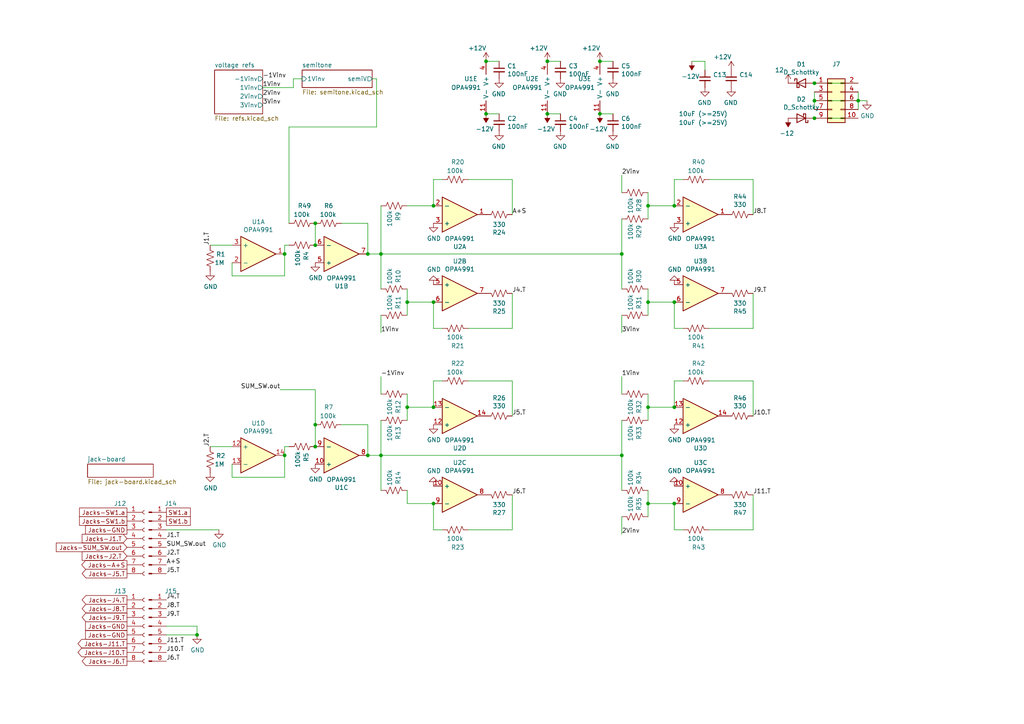
<source format=kicad_sch>
(kicad_sch (version 20211123) (generator eeschema)
  (paper "A4")
  (lib_symbols
    (symbol "Connector:Conn_01x08_Female" (pin_names (offset 1.016) hide)
      (property "Reference" "J" (at 0 10.16 0))
      (property "Value" "Conn_01x08_Female" (at 0 -12.7 0))
      (symbol "Conn_01x08_Female_1_1"
        (arc (start 0 -9.652) (mid -0.508 -10.16) (end 0 -10.668) (stroke (width 0.1524)))
        (arc (start 0 -7.112) (mid -0.508 -7.62) (end 0 -8.128) (stroke (width 0.1524)))
        (arc (start 0 -4.572) (mid -0.508 -5.08) (end 0 -5.588) (stroke (width 0.1524)))
        (arc (start 0 -2.032) (mid -0.508 -2.54) (end 0 -3.048) (stroke (width 0.1524)))
        (polyline (pts (xy -1.27 -10.16) (xy -0.508 -10.16)) (stroke (width 0.1524)))
        (polyline (pts (xy -1.27 -7.62) (xy -0.508 -7.62)) (stroke (width 0.1524)))
        (polyline (pts (xy -1.27 -5.08) (xy -0.508 -5.08)) (stroke (width 0.1524)))
        (polyline (pts (xy -1.27 -2.54) (xy -0.508 -2.54)) (stroke (width 0.1524)))
        (polyline (pts (xy -1.27 0) (xy -0.508 0)) (stroke (width 0.1524)))
        (polyline (pts (xy -1.27 2.54) (xy -0.508 2.54)) (stroke (width 0.1524)))
        (polyline (pts (xy -1.27 5.08) (xy -0.508 5.08)) (stroke (width 0.1524)))
        (polyline (pts (xy -1.27 7.62) (xy -0.508 7.62)) (stroke (width 0.1524)))
        (arc (start 0 0.508) (mid -0.508 0) (end 0 -0.508) (stroke (width 0.1524)))
        (arc (start 0 3.048) (mid -0.508 2.54) (end 0 2.032) (stroke (width 0.1524)))
        (arc (start 0 5.588) (mid -0.508 5.08) (end 0 4.572) (stroke (width 0.1524)))
        (arc (start 0 8.128) (mid -0.508 7.62) (end 0 7.112) (stroke (width 0.1524)))
        (pin passive line (at -5.08 7.62 0) (length 3.81) (name "Pin_1") (number "1"))
        (pin passive line (at -5.08 5.08 0) (length 3.81) (name "Pin_2") (number "2"))
        (pin passive line (at -5.08 2.54 0) (length 3.81) (name "Pin_3") (number "3"))
        (pin passive line (at -5.08 0 0) (length 3.81) (name "Pin_4") (number "4"))
        (pin passive line (at -5.08 -2.54 0) (length 3.81) (name "Pin_5") (number "5"))
        (pin passive line (at -5.08 -5.08 0) (length 3.81) (name "Pin_6") (number "6"))
        (pin passive line (at -5.08 -7.62 0) (length 3.81) (name "Pin_7") (number "7"))
        (pin passive line (at -5.08 -10.16 0) (length 3.81) (name "Pin_8") (number "8"))
      )
    )
    (symbol "Connector:Conn_01x08_Male" (pin_names (offset 1.016) hide)
      (property "Reference" "J" (at 0 10.16 0))
      (property "Value" "Conn_01x08_Male" (at 0 -12.7 0))
      (symbol "Conn_01x08_Male_1_1"
        (polyline (pts (xy 1.27 -10.16) (xy 0.8636 -10.16)) (stroke (width 0.1524)))
        (polyline (pts (xy 1.27 -7.62) (xy 0.8636 -7.62)) (stroke (width 0.1524)))
        (polyline (pts (xy 1.27 -5.08) (xy 0.8636 -5.08)) (stroke (width 0.1524)))
        (polyline (pts (xy 1.27 -2.54) (xy 0.8636 -2.54)) (stroke (width 0.1524)))
        (polyline (pts (xy 1.27 0) (xy 0.8636 0)) (stroke (width 0.1524)))
        (polyline (pts (xy 1.27 2.54) (xy 0.8636 2.54)) (stroke (width 0.1524)))
        (polyline (pts (xy 1.27 5.08) (xy 0.8636 5.08)) (stroke (width 0.1524)))
        (polyline (pts (xy 1.27 7.62) (xy 0.8636 7.62)) (stroke (width 0.1524)))
        (rectangle (start 0.8636 -10.033) (end 0 -10.287) (stroke (width 0.1524)) (fill (type outline)))
        (rectangle (start 0.8636 -7.493) (end 0 -7.747) (stroke (width 0.1524)) (fill (type outline)))
        (rectangle (start 0.8636 -4.953) (end 0 -5.207) (stroke (width 0.1524)) (fill (type outline)))
        (rectangle (start 0.8636 -2.413) (end 0 -2.667) (stroke (width 0.1524)) (fill (type outline)))
        (rectangle (start 0.8636 0.127) (end 0 -0.127) (stroke (width 0.1524)) (fill (type outline)))
        (rectangle (start 0.8636 2.667) (end 0 2.413) (stroke (width 0.1524)) (fill (type outline)))
        (rectangle (start 0.8636 5.207) (end 0 4.953) (stroke (width 0.1524)) (fill (type outline)))
        (rectangle (start 0.8636 7.747) (end 0 7.493) (stroke (width 0.1524)) (fill (type outline)))
        (pin passive line (at 5.08 7.62 180) (length 3.81) (name "Pin_1") (number "1"))
        (pin passive line (at 5.08 5.08 180) (length 3.81) (name "Pin_2") (number "2"))
        (pin passive line (at 5.08 2.54 180) (length 3.81) (name "Pin_3") (number "3"))
        (pin passive line (at 5.08 0 180) (length 3.81) (name "Pin_4") (number "4"))
        (pin passive line (at 5.08 -2.54 180) (length 3.81) (name "Pin_5") (number "5"))
        (pin passive line (at 5.08 -5.08 180) (length 3.81) (name "Pin_6") (number "6"))
        (pin passive line (at 5.08 -7.62 180) (length 3.81) (name "Pin_7") (number "7"))
        (pin passive line (at 5.08 -10.16 180) (length 3.81) (name "Pin_8") (number "8"))
      )
    )
    (symbol "Connector_Generic:Conn_02x05_Odd_Even" (pin_names (offset 1.016) hide)
      (property "Reference" "J" (at 1.27 7.62 0))
      (property "Value" "Conn_02x05_Odd_Even" (at 1.27 -7.62 0))
      (symbol "Conn_02x05_Odd_Even_1_1"
        (rectangle (start -1.27 -4.953) (end 0 -5.207) (stroke (width 0.1524)))
        (rectangle (start -1.27 -2.413) (end 0 -2.667) (stroke (width 0.1524)))
        (rectangle (start -1.27 0.127) (end 0 -0.127) (stroke (width 0.1524)))
        (rectangle (start -1.27 2.667) (end 0 2.413) (stroke (width 0.1524)))
        (rectangle (start -1.27 5.207) (end 0 4.953) (stroke (width 0.1524)))
        (rectangle (start -1.27 6.35) (end 3.81 -6.35) (stroke (width 0.254)) (fill (type background)))
        (rectangle (start 3.81 -4.953) (end 2.54 -5.207) (stroke (width 0.1524)))
        (rectangle (start 3.81 -2.413) (end 2.54 -2.667) (stroke (width 0.1524)))
        (rectangle (start 3.81 0.127) (end 2.54 -0.127) (stroke (width 0.1524)))
        (rectangle (start 3.81 2.667) (end 2.54 2.413) (stroke (width 0.1524)))
        (rectangle (start 3.81 5.207) (end 2.54 4.953) (stroke (width 0.1524)))
        (pin passive line (at -5.08 5.08 0) (length 3.81) (name "Pin_1") (number "1"))
        (pin passive line (at 7.62 -5.08 180) (length 3.81) (name "Pin_10") (number "10"))
        (pin passive line (at 7.62 5.08 180) (length 3.81) (name "Pin_2") (number "2"))
        (pin passive line (at -5.08 2.54 0) (length 3.81) (name "Pin_3") (number "3"))
        (pin passive line (at 7.62 2.54 180) (length 3.81) (name "Pin_4") (number "4"))
        (pin passive line (at -5.08 0 0) (length 3.81) (name "Pin_5") (number "5"))
        (pin passive line (at 7.62 0 180) (length 3.81) (name "Pin_6") (number "6"))
        (pin passive line (at -5.08 -2.54 0) (length 3.81) (name "Pin_7") (number "7"))
        (pin passive line (at 7.62 -2.54 180) (length 3.81) (name "Pin_8") (number "8"))
        (pin passive line (at -5.08 -5.08 0) (length 3.81) (name "Pin_9") (number "9"))
      )
    )
    (symbol "Device:C_Small" (pin_numbers hide) (pin_names (offset 0.254) hide)
      (property "Reference" "C" (at 0.254 1.778 0))
      (property "Value" "C_Small" (at 0.254 -2.032 0))
      (symbol "C_Small_0_1"
        (polyline (pts (xy -1.524 -0.508) (xy 1.524 -0.508)) (stroke (width 0.3302)))
        (polyline (pts (xy -1.524 0.508) (xy 1.524 0.508)) (stroke (width 0.3048)))
      )
      (symbol "C_Small_1_1"
        (pin passive line (at 0 2.54 270) (length 2.032) (name "~") (number "1"))
        (pin passive line (at 0 -2.54 90) (length 2.032) (name "~") (number "2"))
      )
    )
    (symbol "Device:D_Schottky" (pin_numbers hide) (pin_names (offset 1.016) hide)
      (property "Reference" "D" (at 0 2.54 0))
      (property "Value" "D_Schottky" (at 0 -2.54 0))
      (symbol "D_Schottky_0_1"
        (polyline (pts (xy 1.27 0) (xy -1.27 0)))
        (polyline (pts (xy 1.27 1.27) (xy 1.27 -1.27) (xy -1.27 0) (xy 1.27 1.27)) (stroke (width 0.254)))
        (polyline (pts (xy -1.905 0.635) (xy -1.905 1.27) (xy -1.27 1.27) (xy -1.27 -1.27) (xy -0.635 -1.27) (xy -0.635 -0.635)) (stroke (width 0.254)))
      )
      (symbol "D_Schottky_1_1"
        (pin passive line (at -3.81 0 0) (length 2.54) (name "K") (number "1"))
        (pin passive line (at 3.81 0 180) (length 2.54) (name "A") (number "2"))
      )
    )
    (symbol "Device:Opamp_Quad_Generic"
      (property "Reference" "U" (at 0 5.08 0))
      (property "Value" "Device_Opamp_Quad_Generic" (at 0 -5.08 0))
      (symbol "Opamp_Quad_Generic_1_1"
        (polyline (pts (xy -5.08 5.08) (xy 5.08 0) (xy -5.08 -5.08) (xy -5.08 5.08)) (stroke (width 0.254)) (fill (type background)))
        (pin output line (at 7.62 0 180) (length 2.54) (name "~") (number "1"))
        (pin input line (at -7.62 -2.54 0) (length 2.54) (name "-") (number "2"))
        (pin input line (at -7.62 2.54 0) (length 2.54) (name "+") (number "3"))
      )
      (symbol "Opamp_Quad_Generic_2_1"
        (polyline (pts (xy -5.08 5.08) (xy 5.08 0) (xy -5.08 -5.08) (xy -5.08 5.08)) (stroke (width 0.254)) (fill (type background)))
        (pin input line (at -7.62 2.54 0) (length 2.54) (name "+") (number "5"))
        (pin input line (at -7.62 -2.54 0) (length 2.54) (name "-") (number "6"))
        (pin output line (at 7.62 0 180) (length 2.54) (name "~") (number "7"))
      )
      (symbol "Opamp_Quad_Generic_3_1"
        (polyline (pts (xy -5.08 5.08) (xy 5.08 0) (xy -5.08 -5.08) (xy -5.08 5.08)) (stroke (width 0.254)) (fill (type background)))
        (pin input line (at -7.62 2.54 0) (length 2.54) (name "+") (number "10"))
        (pin output line (at 7.62 0 180) (length 2.54) (name "~") (number "8"))
        (pin input line (at -7.62 -2.54 0) (length 2.54) (name "-") (number "9"))
      )
      (symbol "Opamp_Quad_Generic_4_1"
        (polyline (pts (xy -5.08 5.08) (xy 5.08 0) (xy -5.08 -5.08) (xy -5.08 5.08)) (stroke (width 0.254)) (fill (type background)))
        (pin input line (at -7.62 2.54 0) (length 2.54) (name "+") (number "12"))
        (pin input line (at -7.62 -2.54 0) (length 2.54) (name "-") (number "13"))
        (pin output line (at 7.62 0 180) (length 2.54) (name "~") (number "14"))
      )
      (symbol "Opamp_Quad_Generic_5_1"
        (pin power_in line (at -2.54 -7.62 90) (length 3.81) (name "V-") (number "11"))
        (pin power_in line (at -2.54 7.62 270) (length 3.81) (name "V+") (number "4"))
      )
    )
    (symbol "Device:R_US" (pin_numbers hide) (pin_names (offset 0))
      (property "Reference" "R" (at 2.54 0 90))
      (property "Value" "R_US" (at -2.54 0 90))
      (symbol "R_US_0_1"
        (polyline (pts (xy 0 -2.286) (xy 0 -2.54)))
        (polyline (pts (xy 0 2.286) (xy 0 2.54)))
        (polyline (pts (xy 0 -0.762) (xy 1.016 -1.143) (xy 0 -1.524) (xy -1.016 -1.905) (xy 0 -2.286)))
        (polyline (pts (xy 0 0.762) (xy 1.016 0.381) (xy 0 0) (xy -1.016 -0.381) (xy 0 -0.762)))
        (polyline (pts (xy 0 2.286) (xy 1.016 1.905) (xy 0 1.524) (xy -1.016 1.143) (xy 0 0.762)))
      )
      (symbol "R_US_1_1"
        (pin passive line (at 0 3.81 270) (length 1.27) (name "~") (number "1"))
        (pin passive line (at 0 -3.81 90) (length 1.27) (name "~") (number "2"))
      )
    )
    (symbol "power:+12V" (power) (pin_names (offset 0))
      (property "Value" "+12V" (at 0 3.556 0))
      (symbol "+12V_0_1"
        (polyline (pts (xy -0.762 1.27) (xy 0 2.54)))
        (polyline (pts (xy 0 0) (xy 0 2.54)))
        (polyline (pts (xy 0 2.54) (xy 0.762 1.27)))
      )
      (symbol "+12V_1_1"
        (pin power_in line (at 0 0 90) (length 0) hide (name "+12V") (number "1"))
      )
    )
    (symbol "power:-12V" (power) (pin_names (offset 0))
      (property "Value" "-12V" (at 0 3.81 0))
      (symbol "-12V_0_0"
        (pin power_in line (at 0 0 90) (length 0) hide (name "-12V") (number "1"))
      )
      (symbol "-12V_0_1"
        (polyline (pts (xy 0 0) (xy 0 1.27) (xy 0.762 1.27) (xy 0 2.54) (xy -0.762 1.27) (xy 0 1.27)) (fill (type outline)))
      )
    )
    (symbol "power:GND" (power) (pin_names (offset 0))
      (property "Value" "GND" (at 0 -3.81 0))
      (symbol "GND_0_1"
        (polyline (pts (xy 0 0) (xy 0 -1.27) (xy 1.27 -1.27) (xy 0 -2.54) (xy -1.27 -1.27) (xy 0 -1.27)))
      )
      (symbol "GND_1_1"
        (pin power_in line (at 0 0 270) (length 0) hide (name "GND") (number "1"))
      )
    )
  )
  (junction (at 195.58 87.63))
  (junction (at 118.11 87.63))
  (junction (at 125.73 59.69))
  (junction (at 158.75 33.02))
  (junction (at 82.55 132.08))
  (junction (at 180.34 132.08))
  (junction (at 140.97 33.02))
  (junction (at 158.75 17.78))
  (junction (at 140.97 17.78))
  (junction (at 110.49 132.08))
  (junction (at 91.44 64.77))
  (junction (at 187.96 118.11))
  (junction (at 195.58 118.11))
  (junction (at 180.34 73.66))
  (junction (at 173.99 17.78))
  (junction (at 106.68 73.66))
  (junction (at 82.55 73.66))
  (junction (at 236.22 34.29))
  (junction (at 187.96 59.69))
  (junction (at 91.44 71.12))
  (junction (at 195.58 146.05))
  (junction (at 125.73 118.11))
  (junction (at 236.22 29.21))
  (junction (at 236.22 24.13))
  (junction (at 118.11 118.11))
  (junction (at 173.99 33.02))
  (junction (at 106.68 132.08))
  (junction (at 91.44 129.54))
  (junction (at 248.92 29.21))
  (junction (at 195.58 59.69))
  (junction (at 187.96 146.05))
  (junction (at 125.73 146.05))
  (junction (at 187.96 87.63))
  (junction (at 57.15 184.15))
  (junction (at 91.44 123.19))
  (junction (at 125.73 87.63))
  (junction (at 110.49 73.66))
  (wire (pts (xy 82.55 71.12) (xy 83.82 71.12)))
  (wire (pts (xy 60.96 129.54) (xy 67.31 129.54)))
  (wire (pts (xy 106.68 64.77) (xy 106.68 73.66)))
  (wire (pts (xy 173.99 33.02) (xy 177.8 33.02)))
  (wire (pts (xy 180.34 142.24) (xy 180.34 132.08)))
  (wire (pts (xy 173.99 17.78) (xy 177.8 17.78)))
  (wire (pts (xy 82.55 138.43) (xy 67.31 138.43)))
  (wire (pts (xy 158.75 33.02) (xy 162.56 33.02)))
  (wire (pts (xy 135.89 153.67) (xy 148.59 153.67)))
  (wire (pts (xy 48.26 181.61) (xy 57.15 181.61)))
  (wire (pts (xy 57.15 181.61) (xy 57.15 184.15)))
  (wire (pts (xy 91.44 129.54) (xy 91.44 123.19)))
  (wire (pts (xy 195.58 59.69) (xy 187.96 59.69)))
  (wire (pts (xy 200.66 17.78) (xy 204.47 17.78)))
  (wire (pts (xy 125.73 118.11) (xy 118.11 118.11)))
  (wire (pts (xy 110.49 59.69) (xy 110.49 73.66)))
  (wire (pts (xy 187.96 146.05) (xy 187.96 149.86)))
  (wire (pts (xy 205.74 95.25) (xy 218.44 95.25)))
  (wire (pts (xy 205.74 52.07) (xy 218.44 52.07)))
  (wire (pts (xy 125.73 95.25) (xy 128.27 95.25)))
  (wire (pts (xy 195.58 153.67) (xy 198.12 153.67)))
  (wire (pts (xy 76.2 25.4) (xy 85.09 25.4)))
  (wire (pts (xy 218.44 52.07) (xy 218.44 62.23)))
  (wire (pts (xy 135.89 52.07) (xy 148.59 52.07)))
  (wire (pts (xy 48.26 184.15) (xy 57.15 184.15)))
  (wire (pts (xy 125.73 146.05) (xy 125.73 153.67)))
  (wire (pts (xy 187.96 118.11) (xy 187.96 121.92)))
  (wire (pts (xy 148.59 95.25) (xy 148.59 85.09)))
  (wire (pts (xy 82.55 73.66) (xy 82.55 80.01)))
  (wire (pts (xy 180.34 55.88) (xy 180.34 50.8)))
  (wire (pts (xy 60.96 71.12) (xy 67.31 71.12)))
  (wire (pts (xy 135.89 95.25) (xy 148.59 95.25)))
  (wire (pts (xy 205.74 110.49) (xy 218.44 110.49)))
  (wire (pts (xy 81.28 113.03) (xy 91.44 113.03)))
  (wire (pts (xy 106.68 73.66) (xy 110.49 73.66)))
  (wire (pts (xy 248.92 24.13) (xy 236.22 24.13)))
  (wire (pts (xy 140.97 17.78) (xy 144.78 17.78)))
  (wire (pts (xy 99.06 123.19) (xy 106.68 123.19)))
  (wire (pts (xy 118.11 87.63) (xy 118.11 91.44)))
  (wire (pts (xy 248.92 26.67) (xy 248.92 29.21)))
  (wire (pts (xy 125.73 110.49) (xy 128.27 110.49)))
  (wire (pts (xy 125.73 118.11) (xy 125.73 110.49)))
  (wire (pts (xy 248.92 29.21) (xy 248.92 31.75)))
  (wire (pts (xy 195.58 59.69) (xy 195.58 52.07)))
  (wire (pts (xy 248.92 29.21) (xy 251.46 29.21)))
  (wire (pts (xy 125.73 52.07) (xy 128.27 52.07)))
  (wire (pts (xy 180.34 121.92) (xy 180.34 132.08)))
  (wire (pts (xy 83.82 36.83) (xy 109.22 36.83)))
  (wire (pts (xy 110.49 132.08) (xy 180.34 132.08)))
  (wire (pts (xy 125.73 59.69) (xy 118.11 59.69)))
  (wire (pts (xy 195.58 87.63) (xy 187.96 87.63)))
  (wire (pts (xy 180.34 114.3) (xy 180.34 109.22)))
  (wire (pts (xy 109.22 36.83) (xy 109.22 22.86)))
  (wire (pts (xy 91.44 113.03) (xy 91.44 123.19)))
  (wire (pts (xy 180.34 63.5) (xy 180.34 73.66)))
  (wire (pts (xy 187.96 87.63) (xy 187.96 91.44)))
  (wire (pts (xy 82.55 73.66) (xy 82.55 71.12)))
  (wire (pts (xy 236.22 29.21) (xy 236.22 31.75)))
  (wire (pts (xy 195.58 146.05) (xy 195.58 153.67)))
  (wire (pts (xy 67.31 80.01) (xy 67.31 76.2)))
  (wire (pts (xy 180.34 149.86) (xy 180.34 154.94)))
  (wire (pts (xy 109.22 22.86) (xy 107.95 22.86)))
  (wire (pts (xy 106.68 123.19) (xy 106.68 132.08)))
  (wire (pts (xy 187.96 55.88) (xy 187.96 59.69)))
  (wire (pts (xy 82.55 132.08) (xy 82.55 129.54)))
  (wire (pts (xy 195.58 110.49) (xy 198.12 110.49)))
  (wire (pts (xy 82.55 80.01) (xy 67.31 80.01)))
  (wire (pts (xy 99.06 64.77) (xy 106.68 64.77)))
  (wire (pts (xy 195.58 95.25) (xy 198.12 95.25)))
  (wire (pts (xy 204.47 17.78) (xy 204.47 20.32)))
  (wire (pts (xy 195.58 87.63) (xy 195.58 95.25)))
  (wire (pts (xy 125.73 146.05) (xy 118.11 146.05)))
  (wire (pts (xy 118.11 118.11) (xy 118.11 121.92)))
  (wire (pts (xy 82.55 129.54) (xy 83.82 129.54)))
  (wire (pts (xy 187.96 114.3) (xy 187.96 118.11)))
  (wire (pts (xy 180.34 83.82) (xy 180.34 73.66)))
  (wire (pts (xy 187.96 83.82) (xy 187.96 87.63)))
  (wire (pts (xy 236.22 26.67) (xy 236.22 29.21)))
  (wire (pts (xy 85.09 22.86) (xy 87.63 22.86)))
  (wire (pts (xy 118.11 114.3) (xy 118.11 118.11)))
  (wire (pts (xy 187.96 59.69) (xy 187.96 63.5)))
  (wire (pts (xy 125.73 87.63) (xy 125.73 95.25)))
  (wire (pts (xy 195.58 52.07) (xy 198.12 52.07)))
  (wire (pts (xy 110.49 114.3) (xy 110.49 109.22)))
  (wire (pts (xy 195.58 118.11) (xy 195.58 110.49)))
  (wire (pts (xy 248.92 34.29) (xy 236.22 34.29)))
  (wire (pts (xy 110.49 73.66) (xy 180.34 73.66)))
  (wire (pts (xy 106.68 132.08) (xy 110.49 132.08)))
  (wire (pts (xy 110.49 91.44) (xy 110.49 96.52)))
  (wire (pts (xy 91.44 71.12) (xy 91.44 64.77)))
  (wire (pts (xy 118.11 83.82) (xy 118.11 87.63)))
  (wire (pts (xy 110.49 142.24) (xy 110.49 132.08)))
  (wire (pts (xy 148.59 153.67) (xy 148.59 143.51)))
  (wire (pts (xy 205.74 153.67) (xy 218.44 153.67)))
  (wire (pts (xy 110.49 83.82) (xy 110.49 73.66)))
  (wire (pts (xy 218.44 153.67) (xy 218.44 143.51)))
  (wire (pts (xy 82.55 132.08) (xy 82.55 138.43)))
  (wire (pts (xy 218.44 85.09) (xy 218.44 95.25)))
  (wire (pts (xy 125.73 153.67) (xy 128.27 153.67)))
  (wire (pts (xy 158.75 17.78) (xy 162.56 17.78)))
  (wire (pts (xy 248.92 29.21) (xy 236.22 29.21)))
  (wire (pts (xy 195.58 146.05) (xy 187.96 146.05)))
  (wire (pts (xy 140.97 33.02) (xy 144.78 33.02)))
  (wire (pts (xy 180.34 91.44) (xy 180.34 96.52)))
  (wire (pts (xy 85.09 25.4) (xy 85.09 22.86)))
  (wire (pts (xy 195.58 118.11) (xy 187.96 118.11)))
  (wire (pts (xy 125.73 59.69) (xy 125.73 52.07)))
  (wire (pts (xy 118.11 142.24) (xy 118.11 146.05)))
  (wire (pts (xy 187.96 142.24) (xy 187.96 146.05)))
  (wire (pts (xy 148.59 52.07) (xy 148.59 62.23)))
  (wire (pts (xy 125.73 87.63) (xy 118.11 87.63)))
  (wire (pts (xy 135.89 110.49) (xy 148.59 110.49)))
  (wire (pts (xy 148.59 110.49) (xy 148.59 120.65)))
  (wire (pts (xy 83.82 64.77) (xy 83.82 36.83)))
  (wire (pts (xy 218.44 110.49) (xy 218.44 120.65)))
  (wire (pts (xy 48.26 153.67) (xy 63.5 153.67)))
  (wire (pts (xy 110.49 121.92) (xy 110.49 132.08)))
  (wire (pts (xy 67.31 138.43) (xy 67.31 134.62)))
  (label "J8.T" (at 218.44 62.23 0))
  (label "J2.T" (at 60.96 129.54 90))
  (label "J8.T" (at 48.26 176.53 0))
  (label "1Vinv" (at 110.49 96.52 0))
  (label "J4.T" (at 48.26 173.99 0))
  (label "J6.T" (at 148.59 143.51 0))
  (label "A+S" (at 48.26 163.83 0))
  (label "J2.T" (at 48.26 161.29 0))
  (label "J11.T" (at 48.26 186.69 0))
  (label "-1Vinv" (at 110.49 109.22 0))
  (label "J1.T" (at 48.26 156.21 0))
  (label "J6.T" (at 48.26 191.77 0))
  (label "J9.T" (at 48.26 179.07 0))
  (label "3Vinv" (at 180.34 96.52 0))
  (label "2Vinv" (at 76.2 27.94 0))
  (label "J10.T" (at 218.44 120.65 0))
  (label "2Vinv" (at 180.34 50.8 0))
  (label "3Vinv" (at 76.2 30.48 0))
  (label "2Vinv" (at 180.34 154.94 0))
  (label "J11.T" (at 218.44 143.51 0))
  (label "1Vinv" (at 180.34 109.22 0))
  (label "A+S" (at 148.59 62.23 0))
  (label "J5.T" (at 48.26 166.37 0))
  (label "1Vinv" (at 76.2 25.4 0))
  (label "-1Vinv" (at 76.2 22.86 0))
  (label "J5.T" (at 148.59 120.65 0))
  (label "J1.T" (at 60.96 71.12 90))
  (label "SUM_SW.out" (at 48.26 158.75 0))
  (label "J10.T" (at 48.26 189.23 0))
  (label "J9.T" (at 218.44 85.09 0))
  (label "J4.T" (at 148.59 85.09 0))
  (label "SUM_SW.out" (at 81.28 113.03 180))
  (global_label "Jacks-J5.T" (shape output) (at 36.83 166.37 180) (property "Intersheet References" "${INTERSHEET_REFS}" (effects hide)))
  (global_label "Jacks-GND" (shape passive) (at 36.83 184.15 180) (property "Intersheet References" "${INTERSHEET_REFS}" (effects hide)))
  (global_label "Jacks-J2.T" (shape input) (at 36.83 161.29 180) (property "Intersheet References" "${INTERSHEET_REFS}" (effects hide)))
  (global_label "Jacks-A+S" (shape output) (at 36.83 163.83 180) (property "Intersheet References" "${INTERSHEET_REFS}" (effects hide)))
  (global_label "Jacks-SUM_SW.out" (shape input) (at 36.83 158.75 180) (property "Intersheet References" "${INTERSHEET_REFS}" (effects hide)))
  (global_label "Jacks-J6.T" (shape output) (at 36.83 191.77 180) (property "Intersheet References" "${INTERSHEET_REFS}" (effects hide)))
  (global_label "Jacks-J10.T" (shape output) (at 36.83 189.23 180) (property "Intersheet References" "${INTERSHEET_REFS}" (effects hide)))
  (global_label "Jacks-GND" (shape passive) (at 36.83 181.61 180) (property "Intersheet References" "${INTERSHEET_REFS}" (effects hide)))
  (global_label "SW1.a" (shape passive) (at 48.26 148.59 0) (property "Intersheet References" "${INTERSHEET_REFS}" (effects hide)))
  (global_label "Jacks-J1.T" (shape input) (at 36.83 156.21 180) (property "Intersheet References" "${INTERSHEET_REFS}" (effects hide)))
  (global_label "Jacks-J8.T" (shape output) (at 36.83 176.53 180) (property "Intersheet References" "${INTERSHEET_REFS}" (effects hide)))
  (global_label "Jacks-J9.T" (shape output) (at 36.83 179.07 180) (property "Intersheet References" "${INTERSHEET_REFS}" (effects hide)))
  (global_label "SW1.b" (shape passive) (at 48.26 151.13 0) (property "Intersheet References" "${INTERSHEET_REFS}" (effects hide)))
  (global_label "Jacks-SW1.a" (shape passive) (at 36.83 148.59 180) (property "Intersheet References" "${INTERSHEET_REFS}" (effects hide)))
  (global_label "Jacks-SW1.b" (shape passive) (at 36.83 151.13 180) (property "Intersheet References" "${INTERSHEET_REFS}" (effects hide)))
  (global_label "Jacks-J4.T" (shape output) (at 36.83 173.99 180) (property "Intersheet References" "${INTERSHEET_REFS}" (effects hide)))
  (global_label "Jacks-J11.T" (shape output) (at 36.83 186.69 180) (property "Intersheet References" "${INTERSHEET_REFS}" (effects hide)))
  (global_label "Jacks-GND" (shape passive) (at 36.83 153.67 180) (property "Intersheet References" "${INTERSHEET_REFS}" (effects hide)))
  (symbol (lib_id "Connector:Conn_01x08_Male") (at 43.18 156.21 0) (unit 1)
    (property "Reference" "J14" (at 49.53 146.05 0))
    (property "Value" "Conn_01x08_Male" (effects hide))
    (property "Footprint" "transpsoe:SAMTEC_TSM-108-01-F-SV-LC" (effects hide))
    (property "Suggested Part" "SAMTEC_TSM-108-01-F-SV-LC. Strongly recommend against substituting here, as it may effect clearance between the module and your rails" (effects hide))
  )
  (symbol (lib_id "Connector:Conn_01x08_Male") (at 43.18 181.61 0) (unit 1)
    (property "Reference" "J15" (at 49.53 171.45 0))
    (property "Value" "Conn_01x08_Male" (effects hide))
    (property "Footprint" "transpsoe:SAMTEC_TSM-108-01-F-SV-LC" (effects hide))
    (property "Suggested Part" "SAMTEC_TSM-108-01-F-SV-LC. Strongly recommend against substituting here, as it may effect clearance between the module and your rails" (effects hide))
  )
  (symbol (lib_id "Device:Opamp_Quad_Generic") (at 74.93 73.66 0) (unit 1)
    (property "Reference" "U1" (at 74.93 64.3382 0))
    (property "Value" "OPA4991" (at 74.93 66.6496 0))
    (property "Footprint" "Package_SO:SOIC-14_3.9x8.7mm_P1.27mm" (effects hide))
    (property "Datasheet" "https://www.ti.com/lit/ds/symlink/opa4991.pdf" (effects hide))
    (property "Suggested Part" "OPA4991QDRQ1" (effects hide))
  )
  (symbol (lib_id "Connector:Conn_01x08_Female") (at 41.91 156.21 0) (unit 1)
    (property "Reference" "J12" (at 33.02 146.05 0) (effects (justify left)))
    (property "Value" "Conn_01x08_Female" (effects hide))
    (property "Footprint" "transpsoe:SAMTEC_SSM-108-L-SV-LC" (effects hide))
    (property "Suggested Part" "SAMTEC_SSM-108-L-SV-LC. Strongly recommend against substituting here, as it may effect clearance between the module and your rails" (effects hide))
  )
  (symbol (lib_id "Connector:Conn_01x08_Female") (at 41.91 181.61 0) (unit 1)
    (property "Reference" "J13" (at 33.02 171.45 0) (effects (justify left)))
    (property "Value" "Conn_01x08_Female" (effects hide))
    (property "Footprint" "transpsoe:SAMTEC_SSM-108-L-SV-LC" (effects hide))
    (property "Suggested Part" "SAMTEC_SSM-108-L-SV-LC. Strongly recommend against substituting here, as it may effect clearance between the module and your rails" (effects hide))
  )
  (symbol (lib_id "Connector_Generic:Conn_02x05_Odd_Even") (at 241.3 29.21 0) (unit 1)
    (property "Reference" "J7" (at 242.57 18.6182 0))
    (property "Value" "Conn_02x05_Odd_Even" (effects hide))
    (property "Footprint" "Connector_PinHeader_2.54mm:PinHeader_2x05_P2.54mm_Vertical" (effects hide))
    (property "Suggested Part" "Tayda A-198 if you don't mind splitting headers yourself" (effects hide))
  )
  (symbol (lib_id "power:GND") (at 251.46 29.21 0) (unit 1)
    (property "Reference" "#PWR025" (effects hide))
    (property "Value" "GND" (at 251.587 33.6042 0))
  )
  (symbol (lib_id "power:+12V") (at 228.6 24.13 0) (unit 1)
    (property "Reference" "#PWR019" (effects hide))
    (property "Value" "+12V" (at 226.06 20.32 0))
    (property "Spice_Primitive" "V" (effects hide))
    (property "Spice_Model" "dc 12" (effects hide))
    (property "Spice_Netlist_Enabled" "Y" (effects hide))
  )
  (symbol (lib_id "power:-12V") (at 228.6 34.29 180) (unit 1)
    (property "Reference" "#PWR020" (effects hide))
    (property "Value" "-12V" (at 228.219 38.6842 0))
    (property "Spice_Primitive" "V" (effects hide))
    (property "Spice_Model" "dc -12" (effects hide))
    (property "Spice_Netlist_Enabled" "Y" (effects hide))
  )
  (symbol (lib_id "Device:D_Schottky") (at 232.41 24.13 0) (unit 1)
    (property "Reference" "D1" (at 232.41 18.6436 0))
    (property "Value" "D_Schottky" (at 232.41 20.955 0))
    (property "Footprint" "Diode_SMD:D_SMA_Handsoldering" (effects hide))
    (property "Notes" "Reverse voltage protection" (effects hide))
    (property "Suggested Part" "SS14, but any Schottky diode with a >24V reverse voltage and SMA footprint" (effects hide))
  )
  (symbol (lib_id "Device:D_Schottky") (at 232.41 34.29 180) (unit 1)
    (property "Reference" "D2" (at 232.41 28.8036 0))
    (property "Value" "D_Schottky" (at 232.41 31.115 0))
    (property "Footprint" "Diode_SMD:D_SMA_Handsoldering" (effects hide))
    (property "Notes" "Reverse voltage protection" (effects hide))
    (property "Suggested Part" "SS14, but any Schottky diode with a >24V reverse voltage and SMA footprint" (effects hide))
  )
  (symbol (lib_id "Device:R_US") (at 60.96 74.93 0) (unit 1)
    (property "Reference" "R1" (at 62.6872 73.7616 0) (effects (justify left)))
    (property "Value" "1M" (at 62.23 76.2 0) (effects (justify left)))
    (property "Footprint" "Resistor_SMD:R_0603_1608Metric_Pad0.98x0.95mm_HandSolder" (effects hide))
    (property "Tolerance" "5%" (effects hide))
  )
  (symbol (lib_id "power:GND") (at 60.96 78.74 0) (unit 1)
    (property "Reference" "#PWR03" (effects hide))
    (property "Value" "GND" (at 61.087 83.1342 0))
  )
  (symbol (lib_id "power:GND") (at 63.5 153.67 0) (unit 1)
    (property "Reference" "#PWR0109" (effects hide))
    (property "Value" "GND" (at 63.627 158.0642 0))
  )
  (symbol (lib_id "power:+12V") (at 212.09 20.32 0) (unit 1)
    (property "Reference" "#PWR0105" (effects hide))
    (property "Value" "+12V" (at 209.55 16.51 0))
  )
  (symbol (lib_id "Device:C_Small") (at 212.09 22.86 0) (unit 1)
    (property "Reference" "C14" (at 214.4268 21.6916 0) (effects (justify left)))
    (property "Value" "10uF (>=25V)" (at 196.85 35.56 0) (effects (justify left)))
    (property "Footprint" "Capacitor_SMD:C_0603_1608Metric_Pad1.08x0.95mm_HandSolder" (effects hide))
  )
  (symbol (lib_id "power:GND") (at 212.09 25.4 0) (mirror y) (unit 1)
    (property "Reference" "#PWR0106" (effects hide))
    (property "Value" "GND" (at 211.963 29.7942 0))
  )
  (symbol (lib_id "power:-12V") (at 200.66 17.78 180) (unit 1)
    (property "Reference" "#PWR0107" (effects hide))
    (property "Value" "-12V" (at 200.279 22.1742 0))
  )
  (symbol (lib_id "Device:C_Small") (at 204.47 22.86 0) (unit 1)
    (property "Reference" "C13" (at 206.8068 21.6916 0) (effects (justify left)))
    (property "Value" "10uF (>=25V)" (at 196.85 33.02 0) (effects (justify left)))
    (property "Footprint" "Capacitor_SMD:C_0603_1608Metric_Pad1.08x0.95mm_HandSolder" (effects hide))
  )
  (symbol (lib_id "power:GND") (at 204.47 25.4 0) (mirror y) (unit 1)
    (property "Reference" "#PWR0108" (effects hide))
    (property "Value" "GND" (at 204.343 29.7942 0))
  )
  (symbol (lib_id "Device:R_US") (at 114.3 59.69 270) (unit 1)
    (property "Reference" "R9" (at 115.4684 61.4172 0) (effects (justify left)))
    (property "Value" "100k" (at 113.03 60.96 0) (effects (justify left)))
    (property "Footprint" "Resistor_SMD:R_0603_1608Metric_Pad0.98x0.95mm_HandSolder" (effects hide))
    (property "Tolerance" "0.1%" (effects hide))
  )
  (symbol (lib_id "power:GND") (at 57.15 184.15 0) (unit 1)
    (property "Reference" "#PWR0110" (effects hide))
    (property "Value" "GND" (at 57.277 188.5442 0))
  )
  (symbol (lib_id "Device:Opamp_Quad_Generic") (at 133.35 62.23 0) (mirror x) (unit 1)
    (property "Reference" "U2" (at 133.35 71.5518 0))
    (property "Value" "OPA4991" (at 133.35 69.2404 0))
    (property "Footprint" "Package_SO:SOIC-14_3.9x8.7mm_P1.27mm" (effects hide))
    (property "Datasheet" "https://www.ti.com/lit/ds/symlink/opa4991.pdf" (effects hide))
    (property "Suggested Part" "OPA4991QDRQ1" (effects hide))
  )
  (symbol (lib_id "power:GND") (at 125.73 64.77 0) (unit 1)
    (property "Reference" "#PWR07" (effects hide))
    (property "Value" "GND" (at 125.857 69.1642 0))
  )
  (symbol (lib_id "Device:R_US") (at 132.08 52.07 270) (unit 1)
    (property "Reference" "R20" (at 130.81 46.99 90) (effects (justify left)))
    (property "Value" "100k" (at 129.54 49.53 90) (effects (justify left)))
    (property "Footprint" "Resistor_SMD:R_0603_1608Metric_Pad0.98x0.95mm_HandSolder" (effects hide))
    (property "Tolerance" "0.1%" (effects hide))
  )
  (symbol (lib_id "Device:Opamp_Quad_Generic") (at 99.06 73.66 0) (mirror x) (unit 2)
    (property "Reference" "U1" (at 99.06 82.9818 0))
    (property "Value" "OPA4991" (at 99.06 80.6704 0))
    (property "Footprint" "Package_SO:SOIC-14_3.9x8.7mm_P1.27mm" (effects hide))
    (property "Datasheet" "https://www.ti.com/lit/ds/symlink/opa4991.pdf" (effects hide))
    (property "Suggested Part" "OPA4991QDRQ1" (effects hide))
  )
  (symbol (lib_id "Device:R_US") (at 87.63 71.12 270) (unit 1)
    (property "Reference" "R4" (at 88.7984 72.8472 0) (effects (justify left)))
    (property "Value" "100k" (at 86.36 72.39 0) (effects (justify left)))
    (property "Footprint" "Resistor_SMD:R_0603_1608Metric_Pad0.98x0.95mm_HandSolder" (effects hide))
    (property "Tolerance" "0.1%" (effects hide))
  )
  (symbol (lib_id "power:GND") (at 91.44 76.2 0) (unit 1)
    (property "Reference" "#PWR05" (effects hide))
    (property "Value" "GND" (at 91.567 80.5942 0))
  )
  (symbol (lib_id "Device:R_US") (at 95.25 64.77 270) (unit 1)
    (property "Reference" "R6" (at 93.98 59.69 90) (effects (justify left)))
    (property "Value" "100k" (at 92.71 62.23 90) (effects (justify left)))
    (property "Footprint" "Resistor_SMD:R_0603_1608Metric_Pad0.98x0.95mm_HandSolder" (effects hide))
    (property "Tolerance" "0.1%" (effects hide))
  )
  (symbol (lib_id "Device:R_US") (at 114.3 83.82 270) (mirror x) (unit 1)
    (property "Reference" "R10" (at 115.4684 82.0928 0) (effects (justify left)))
    (property "Value" "100k" (at 113.03 82.55 0) (effects (justify left)))
    (property "Footprint" "Resistor_SMD:R_0603_1608Metric_Pad0.98x0.95mm_HandSolder" (effects hide))
    (property "Tolerance" "0.1%" (effects hide))
  )
  (symbol (lib_id "Device:R_US") (at 114.3 91.44 270) (mirror x) (unit 1)
    (property "Reference" "R11" (at 115.4684 89.7128 0) (effects (justify left)))
    (property "Value" "100k" (at 113.03 90.17 0) (effects (justify left)))
    (property "Footprint" "Resistor_SMD:R_0603_1608Metric_Pad0.98x0.95mm_HandSolder" (effects hide))
    (property "Tolerance" "0.1%" (effects hide))
  )
  (symbol (lib_id "Device:R_US") (at 132.08 95.25 270) (mirror x) (unit 1)
    (property "Reference" "R21" (at 130.81 100.33 90) (effects (justify left)))
    (property "Value" "100k" (at 129.54 97.79 90) (effects (justify left)))
    (property "Footprint" "Resistor_SMD:R_0603_1608Metric_Pad0.98x0.95mm_HandSolder" (effects hide))
    (property "Tolerance" "0.1%" (effects hide))
  )
  (symbol (lib_id "power:GND") (at 125.73 82.55 0) (mirror x) (unit 1)
    (property "Reference" "#PWR08" (effects hide))
    (property "Value" "GND" (at 125.857 78.1558 0))
  )
  (symbol (lib_id "Device:Opamp_Quad_Generic") (at 133.35 85.09 0) (unit 2)
    (property "Reference" "U2" (at 133.35 75.7682 0))
    (property "Value" "OPA4991" (at 133.35 78.0796 0))
    (property "Footprint" "Package_SO:SOIC-14_3.9x8.7mm_P1.27mm" (effects hide))
    (property "Datasheet" "https://www.ti.com/lit/ds/symlink/opa4991.pdf" (effects hide))
    (property "Suggested Part" "OPA4991QDRQ1" (effects hide))
  )
  (symbol (lib_id "Device:R_US") (at 144.78 85.09 90) (mirror x) (unit 1)
    (property "Reference" "R25" (at 144.78 90.297 90))
    (property "Value" "330" (at 144.78 87.9856 90))
    (property "Footprint" "Resistor_SMD:R_0603_1608Metric_Pad0.98x0.95mm_HandSolder" (effects hide))
    (property "Tolerance" "5%" (effects hide))
  )
  (symbol (lib_id "Device:R_US") (at 184.15 63.5 270) (unit 1)
    (property "Reference" "R29" (at 185.3184 65.2272 0) (effects (justify left)))
    (property "Value" "100k" (at 182.88 64.77 0) (effects (justify left)))
    (property "Footprint" "Resistor_SMD:R_0603_1608Metric_Pad0.98x0.95mm_HandSolder" (effects hide))
    (property "Tolerance" "0.1%" (effects hide))
  )
  (symbol (lib_id "Device:R_US") (at 184.15 55.88 270) (unit 1)
    (property "Reference" "R28" (at 185.3184 57.6072 0) (effects (justify left)))
    (property "Value" "100k" (at 182.88 57.15 0) (effects (justify left)))
    (property "Footprint" "Resistor_SMD:R_0603_1608Metric_Pad0.98x0.95mm_HandSolder" (effects hide))
    (property "Tolerance" "0.1%" (effects hide))
  )
  (symbol (lib_id "Device:R_US") (at 201.93 52.07 270) (unit 1)
    (property "Reference" "R40" (at 200.66 46.99 90) (effects (justify left)))
    (property "Value" "100k" (at 199.39 49.53 90) (effects (justify left)))
    (property "Footprint" "Resistor_SMD:R_0603_1608Metric_Pad0.98x0.95mm_HandSolder" (effects hide))
    (property "Tolerance" "0.1%" (effects hide))
  )
  (symbol (lib_id "power:GND") (at 195.58 64.77 0) (unit 1)
    (property "Reference" "#PWR015" (effects hide))
    (property "Value" "GND" (at 195.707 69.1642 0))
  )
  (symbol (lib_id "Device:Opamp_Quad_Generic") (at 203.2 62.23 0) (mirror x) (unit 1)
    (property "Reference" "U3" (at 203.2 71.5518 0))
    (property "Value" "OPA4991" (at 203.2 69.2404 0))
    (property "Footprint" "Package_SO:SOIC-14_3.9x8.7mm_P1.27mm" (effects hide))
    (property "Datasheet" "https://www.ti.com/lit/ds/symlink/opa4991.pdf" (effects hide))
    (property "Suggested Part" "OPA4991QDRQ1" (effects hide))
  )
  (symbol (lib_id "Device:R_US") (at 214.63 62.23 90) (unit 1)
    (property "Reference" "R44" (at 214.63 57.023 90))
    (property "Value" "330" (at 214.63 59.3344 90))
    (property "Footprint" "Resistor_SMD:R_0603_1608Metric_Pad0.98x0.95mm_HandSolder" (effects hide))
    (property "Tolerance" "5%" (effects hide))
  )
  (symbol (lib_id "Device:R_US") (at 184.15 83.82 270) (mirror x) (unit 1)
    (property "Reference" "R30" (at 185.3184 82.0928 0) (effects (justify left)))
    (property "Value" "100k" (at 182.88 82.55 0) (effects (justify left)))
    (property "Footprint" "Resistor_SMD:R_0603_1608Metric_Pad0.98x0.95mm_HandSolder" (effects hide))
    (property "Tolerance" "0.1%" (effects hide))
  )
  (symbol (lib_id "Device:R_US") (at 184.15 91.44 270) (mirror x) (unit 1)
    (property "Reference" "R31" (at 185.3184 89.7128 0) (effects (justify left)))
    (property "Value" "100k" (at 182.88 90.17 0) (effects (justify left)))
    (property "Footprint" "Resistor_SMD:R_0603_1608Metric_Pad0.98x0.95mm_HandSolder" (effects hide))
    (property "Tolerance" "0.1%" (effects hide))
  )
  (symbol (lib_id "Device:R_US") (at 201.93 95.25 270) (mirror x) (unit 1)
    (property "Reference" "R41" (at 200.66 100.33 90) (effects (justify left)))
    (property "Value" "100k" (at 199.39 97.79 90) (effects (justify left)))
    (property "Footprint" "Resistor_SMD:R_0603_1608Metric_Pad0.98x0.95mm_HandSolder" (effects hide))
    (property "Tolerance" "0.1%" (effects hide))
  )
  (symbol (lib_id "power:GND") (at 195.58 82.55 0) (mirror x) (unit 1)
    (property "Reference" "#PWR016" (effects hide))
    (property "Value" "GND" (at 195.707 78.1558 0))
  )
  (symbol (lib_id "Device:Opamp_Quad_Generic") (at 203.2 85.09 0) (unit 2)
    (property "Reference" "U3" (at 203.2 75.7682 0))
    (property "Value" "OPA4991" (at 203.2 78.0796 0))
    (property "Footprint" "Package_SO:SOIC-14_3.9x8.7mm_P1.27mm" (effects hide))
    (property "Datasheet" "https://www.ti.com/lit/ds/symlink/opa4991.pdf" (effects hide))
    (property "Suggested Part" "OPA4991QDRQ1" (effects hide))
  )
  (symbol (lib_id "Device:R_US") (at 214.63 85.09 90) (mirror x) (unit 1)
    (property "Reference" "R45" (at 214.63 90.297 90))
    (property "Value" "330" (at 214.63 87.9856 90))
    (property "Footprint" "Resistor_SMD:R_0603_1608Metric_Pad0.98x0.95mm_HandSolder" (effects hide))
    (property "Tolerance" "5%" (effects hide))
  )
  (symbol (lib_id "Device:Opamp_Quad_Generic") (at 74.93 132.08 0) (unit 4)
    (property "Reference" "U1" (at 74.93 122.7582 0))
    (property "Value" "OPA4991" (at 74.93 125.0696 0))
    (property "Footprint" "Package_SO:SOIC-14_3.9x8.7mm_P1.27mm" (effects hide))
    (property "Datasheet" "https://www.ti.com/lit/ds/symlink/opa4991.pdf" (effects hide))
    (property "Suggested Part" "OPA4991QDRQ1" (effects hide))
  )
  (symbol (lib_id "Device:R_US") (at 60.96 133.35 0) (unit 1)
    (property "Reference" "R2" (at 62.6872 132.1816 0) (effects (justify left)))
    (property "Value" "1M" (at 62.23 134.62 0) (effects (justify left)))
    (property "Footprint" "Resistor_SMD:R_0603_1608Metric_Pad0.98x0.95mm_HandSolder" (effects hide))
    (property "Tolerance" "5%" (effects hide))
  )
  (symbol (lib_id "Device:R_US") (at 114.3 121.92 270) (unit 1)
    (property "Reference" "R13" (at 115.4684 123.6472 0) (effects (justify left)))
    (property "Value" "100k" (at 113.03 123.19 0) (effects (justify left)))
    (property "Footprint" "Resistor_SMD:R_0603_1608Metric_Pad0.98x0.95mm_HandSolder" (effects hide))
    (property "Tolerance" "0.1%" (effects hide))
  )
  (symbol (lib_id "Device:R_US") (at 114.3 114.3 270) (unit 1)
    (property "Reference" "R12" (at 115.4684 116.0272 0) (effects (justify left)))
    (property "Value" "100k" (at 113.03 115.57 0) (effects (justify left)))
    (property "Footprint" "Resistor_SMD:R_0603_1608Metric_Pad0.98x0.95mm_HandSolder" (effects hide))
    (property "Tolerance" "0.1%" (effects hide))
  )
  (symbol (lib_id "power:GND") (at 60.96 137.16 0) (unit 1)
    (property "Reference" "#PWR04" (effects hide))
    (property "Value" "GND" (at 61.087 141.5542 0))
  )
  (symbol (lib_id "Device:R_US") (at 132.08 110.49 270) (unit 1)
    (property "Reference" "R22" (at 130.81 105.41 90) (effects (justify left)))
    (property "Value" "100k" (at 129.54 107.95 90) (effects (justify left)))
    (property "Footprint" "Resistor_SMD:R_0603_1608Metric_Pad0.98x0.95mm_HandSolder" (effects hide))
    (property "Tolerance" "0.1%" (effects hide))
  )
  (symbol (lib_id "power:GND") (at 125.73 123.19 0) (unit 1)
    (property "Reference" "#PWR09" (effects hide))
    (property "Value" "GND" (at 125.857 127.5842 0))
  )
  (symbol (lib_id "Device:Opamp_Quad_Generic") (at 133.35 120.65 0) (mirror x) (unit 4)
    (property "Reference" "U2" (at 133.35 129.9718 0))
    (property "Value" "OPA4991" (at 133.35 127.6604 0))
    (property "Footprint" "Package_SO:SOIC-14_3.9x8.7mm_P1.27mm" (effects hide))
    (property "Datasheet" "https://www.ti.com/lit/ds/symlink/opa4991.pdf" (effects hide))
    (property "Suggested Part" "OPA4991QDRQ1" (effects hide))
  )
  (symbol (lib_id "Device:R_US") (at 144.78 120.65 90) (unit 1)
    (property "Reference" "R26" (at 144.78 115.443 90))
    (property "Value" "330" (at 144.78 117.7544 90))
    (property "Footprint" "Resistor_SMD:R_0603_1608Metric_Pad0.98x0.95mm_HandSolder" (effects hide))
    (property "Tolerance" "5%" (effects hide))
  )
  (symbol (lib_id "Device:Opamp_Quad_Generic") (at 99.06 132.08 0) (mirror x) (unit 3)
    (property "Reference" "U1" (at 99.06 141.4018 0))
    (property "Value" "OPA4991" (at 99.06 139.0904 0))
    (property "Footprint" "Package_SO:SOIC-14_3.9x8.7mm_P1.27mm" (effects hide))
    (property "Datasheet" "https://www.ti.com/lit/ds/symlink/opa4991.pdf" (effects hide))
    (property "Suggested Part" "OPA4991QDRQ1" (effects hide))
  )
  (symbol (lib_id "Device:R_US") (at 87.63 129.54 270) (unit 1)
    (property "Reference" "R5" (at 88.7984 131.2672 0) (effects (justify left)))
    (property "Value" "100k" (at 86.36 130.81 0) (effects (justify left)))
    (property "Footprint" "Resistor_SMD:R_0603_1608Metric_Pad0.98x0.95mm_HandSolder" (effects hide))
    (property "Tolerance" "0.1%" (effects hide))
  )
  (symbol (lib_id "power:GND") (at 91.44 134.62 0) (unit 1)
    (property "Reference" "#PWR06" (effects hide))
    (property "Value" "GND" (at 91.567 139.0142 0))
  )
  (symbol (lib_id "Device:R_US") (at 95.25 123.19 270) (unit 1)
    (property "Reference" "R7" (at 93.98 118.11 90) (effects (justify left)))
    (property "Value" "100k" (at 92.71 120.65 90) (effects (justify left)))
    (property "Footprint" "Resistor_SMD:R_0603_1608Metric_Pad0.98x0.95mm_HandSolder" (effects hide))
    (property "Tolerance" "0.1%" (effects hide))
  )
  (symbol (lib_id "Device:R_US") (at 114.3 142.24 270) (mirror x) (unit 1)
    (property "Reference" "R14" (at 115.4684 140.5128 0) (effects (justify left)))
    (property "Value" "100k" (at 113.03 140.97 0) (effects (justify left)))
    (property "Footprint" "Resistor_SMD:R_0603_1608Metric_Pad0.98x0.95mm_HandSolder" (effects hide))
    (property "Tolerance" "0.1%" (effects hide))
  )
  (symbol (lib_id "Device:R_US") (at 132.08 153.67 270) (mirror x) (unit 1)
    (property "Reference" "R23" (at 130.81 158.75 90) (effects (justify left)))
    (property "Value" "100k" (at 129.54 156.21 90) (effects (justify left)))
    (property "Footprint" "Resistor_SMD:R_0603_1608Metric_Pad0.98x0.95mm_HandSolder" (effects hide))
    (property "Tolerance" "0.1%" (effects hide))
  )
  (symbol (lib_id "power:GND") (at 125.73 140.97 0) (mirror x) (unit 1)
    (property "Reference" "#PWR010" (effects hide))
    (property "Value" "GND" (at 125.857 136.5758 0))
  )
  (symbol (lib_id "Device:Opamp_Quad_Generic") (at 133.35 143.51 0) (unit 3)
    (property "Reference" "U2" (at 133.35 134.1882 0))
    (property "Value" "OPA4991" (at 133.35 136.4996 0))
    (property "Footprint" "Package_SO:SOIC-14_3.9x8.7mm_P1.27mm" (effects hide))
    (property "Datasheet" "https://www.ti.com/lit/ds/symlink/opa4991.pdf" (effects hide))
    (property "Suggested Part" "OPA4991QDRQ1" (effects hide))
  )
  (symbol (lib_id "Device:R_US") (at 144.78 143.51 90) (mirror x) (unit 1)
    (property "Reference" "R27" (at 144.78 148.717 90))
    (property "Value" "330" (at 144.78 146.4056 90))
    (property "Footprint" "Resistor_SMD:R_0603_1608Metric_Pad0.98x0.95mm_HandSolder" (effects hide))
    (property "Tolerance" "5%" (effects hide))
  )
  (symbol (lib_id "Device:R_US") (at 184.15 121.92 270) (unit 1)
    (property "Reference" "R33" (at 185.3184 123.6472 0) (effects (justify left)))
    (property "Value" "100k" (at 182.88 123.19 0) (effects (justify left)))
    (property "Footprint" "Resistor_SMD:R_0603_1608Metric_Pad0.98x0.95mm_HandSolder" (effects hide))
    (property "Tolerance" "0.1%" (effects hide))
  )
  (symbol (lib_id "Device:R_US") (at 184.15 114.3 270) (unit 1)
    (property "Reference" "R32" (at 185.3184 116.0272 0) (effects (justify left)))
    (property "Value" "100k" (at 182.88 115.57 0) (effects (justify left)))
    (property "Footprint" "Resistor_SMD:R_0603_1608Metric_Pad0.98x0.95mm_HandSolder" (effects hide))
    (property "Tolerance" "0.1%" (effects hide))
  )
  (symbol (lib_id "Device:R_US") (at 201.93 110.49 270) (unit 1)
    (property "Reference" "R42" (at 200.66 105.41 90) (effects (justify left)))
    (property "Value" "100k" (at 199.39 107.95 90) (effects (justify left)))
    (property "Footprint" "Resistor_SMD:R_0603_1608Metric_Pad0.98x0.95mm_HandSolder" (effects hide))
    (property "Tolerance" "0.1%" (effects hide))
  )
  (symbol (lib_id "power:GND") (at 195.58 123.19 0) (unit 1)
    (property "Reference" "#PWR017" (effects hide))
    (property "Value" "GND" (at 195.707 127.5842 0))
  )
  (symbol (lib_id "Device:Opamp_Quad_Generic") (at 203.2 120.65 0) (mirror x) (unit 4)
    (property "Reference" "U3" (at 203.2 129.9718 0))
    (property "Value" "OPA4991" (at 203.2 127.6604 0))
    (property "Footprint" "Package_SO:SOIC-14_3.9x8.7mm_P1.27mm" (effects hide))
    (property "Datasheet" "https://www.ti.com/lit/ds/symlink/opa4991.pdf" (effects hide))
    (property "Suggested Part" "OPA4991QDRQ1" (effects hide))
  )
  (symbol (lib_id "Device:R_US") (at 214.63 120.65 90) (unit 1)
    (property "Reference" "R46" (at 214.63 115.443 90))
    (property "Value" "330" (at 214.63 117.7544 90))
    (property "Footprint" "Resistor_SMD:R_0603_1608Metric_Pad0.98x0.95mm_HandSolder" (effects hide))
    (property "Tolerance" "5%" (effects hide))
  )
  (symbol (lib_id "Device:R_US") (at 184.15 142.24 270) (mirror x) (unit 1)
    (property "Reference" "R34" (at 185.3184 140.5128 0) (effects (justify left)))
    (property "Value" "100k" (at 182.88 140.97 0) (effects (justify left)))
    (property "Footprint" "Resistor_SMD:R_0603_1608Metric_Pad0.98x0.95mm_HandSolder" (effects hide))
    (property "Tolerance" "0.1%" (effects hide))
  )
  (symbol (lib_id "Device:R_US") (at 184.15 149.86 270) (mirror x) (unit 1)
    (property "Reference" "R35" (at 185.3184 148.1328 0) (effects (justify left)))
    (property "Value" "100k" (at 182.88 148.59 0) (effects (justify left)))
    (property "Footprint" "Resistor_SMD:R_0603_1608Metric_Pad0.98x0.95mm_HandSolder" (effects hide))
    (property "Tolerance" "0.1%" (effects hide))
  )
  (symbol (lib_id "Device:R_US") (at 201.93 153.67 270) (mirror x) (unit 1)
    (property "Reference" "R43" (at 200.66 158.75 90) (effects (justify left)))
    (property "Value" "100k" (at 199.39 156.21 90) (effects (justify left)))
    (property "Footprint" "Resistor_SMD:R_0603_1608Metric_Pad0.98x0.95mm_HandSolder" (effects hide))
    (property "Tolerance" "0.1%" (effects hide))
  )
  (symbol (lib_id "power:GND") (at 195.58 140.97 0) (mirror x) (unit 1)
    (property "Reference" "#PWR018" (effects hide))
    (property "Value" "GND" (at 195.707 136.5758 0))
  )
  (symbol (lib_id "Device:Opamp_Quad_Generic") (at 203.2 143.51 0) (unit 3)
    (property "Reference" "U3" (at 203.2 134.1882 0))
    (property "Value" "OPA4991" (at 203.2 136.4996 0))
    (property "Footprint" "Package_SO:SOIC-14_3.9x8.7mm_P1.27mm" (effects hide))
    (property "Datasheet" "https://www.ti.com/lit/ds/symlink/opa4991.pdf" (effects hide))
    (property "Suggested Part" "OPA4991QDRQ1" (effects hide))
  )
  (symbol (lib_id "Device:R_US") (at 214.63 143.51 90) (mirror x) (unit 1)
    (property "Reference" "R47" (at 214.63 148.717 90))
    (property "Value" "330" (at 214.63 146.4056 90))
    (property "Footprint" "Resistor_SMD:R_0603_1608Metric_Pad0.98x0.95mm_HandSolder" (effects hide))
    (property "Tolerance" "5%" (effects hide))
  )
  (symbol (lib_id "Device:Opamp_Quad_Generic") (at 143.51 25.4 0) (unit 5)
    (property "Reference" "U1" (at 134.62 22.86 0) (effects (justify left)))
    (property "Value" "OPA4991" (at 130.81 25.4 0) (effects (justify left)))
    (property "Footprint" "Package_SO:SOIC-14_3.9x8.7mm_P1.27mm" (effects hide))
    (property "Datasheet" "https://www.ti.com/lit/ds/symlink/opa4991.pdf" (effects hide))
    (property "Suggested Part" "OPA4991QDRQ1" (effects hide))
  )
  (symbol (lib_id "Device:C_Small") (at 144.78 20.32 0) (unit 1)
    (property "Reference" "C1" (at 147.1168 19.1516 0) (effects (justify left)))
    (property "Value" "100nF" (at 147.1168 21.463 0) (effects (justify left)))
    (property "Footprint" "Capacitor_SMD:C_0603_1608Metric_Pad1.08x0.95mm_HandSolder" (effects hide))
  )
  (symbol (lib_id "power:GND") (at 144.78 22.86 0) (mirror y) (unit 1)
    (property "Reference" "#PWR039" (effects hide))
    (property "Value" "GND" (at 144.653 27.2542 0))
  )
  (symbol (lib_id "power:+12V") (at 140.97 17.78 0) (unit 1)
    (property "Reference" "#PWR037" (effects hide))
    (property "Value" "+12V" (at 138.43 13.97 0))
  )
  (symbol (lib_id "Device:C_Small") (at 144.78 35.56 0) (unit 1)
    (property "Reference" "C2" (at 147.1168 34.3916 0) (effects (justify left)))
    (property "Value" "100nF" (at 147.1168 36.703 0) (effects (justify left)))
    (property "Footprint" "Capacitor_SMD:C_0603_1608Metric_Pad1.08x0.95mm_HandSolder" (effects hide))
  )
  (symbol (lib_id "power:GND") (at 144.78 38.1 0) (mirror y) (unit 1)
    (property "Reference" "#PWR040" (effects hide))
    (property "Value" "GND" (at 144.653 42.4942 0))
  )
  (symbol (lib_id "power:-12V") (at 140.97 33.02 180) (unit 1)
    (property "Reference" "#PWR038" (effects hide))
    (property "Value" "-12V" (at 140.589 37.4142 0))
  )
  (symbol (lib_id "Device:Opamp_Quad_Generic") (at 161.29 25.4 0) (unit 5)
    (property "Reference" "U2" (at 152.4 22.86 0) (effects (justify left)))
    (property "Value" "OPA4991" (at 148.59 25.4 0) (effects (justify left)))
    (property "Footprint" "Package_SO:SOIC-14_3.9x8.7mm_P1.27mm" (effects hide))
    (property "Datasheet" "https://www.ti.com/lit/ds/symlink/opa4991.pdf" (effects hide))
    (property "Suggested Part" "OPA4991QDRQ1" (effects hide))
  )
  (symbol (lib_id "Device:C_Small") (at 162.56 20.32 0) (unit 1)
    (property "Reference" "C3" (at 164.8968 19.1516 0) (effects (justify left)))
    (property "Value" "100nF" (at 164.8968 21.463 0) (effects (justify left)))
    (property "Footprint" "Capacitor_SMD:C_0603_1608Metric_Pad1.08x0.95mm_HandSolder" (effects hide))
  )
  (symbol (lib_id "power:GND") (at 162.56 22.86 0) (mirror y) (unit 1)
    (property "Reference" "#PWR043" (effects hide))
    (property "Value" "GND" (at 162.433 27.2542 0))
  )
  (symbol (lib_id "power:+12V") (at 158.75 17.78 0) (unit 1)
    (property "Reference" "#PWR041" (effects hide))
    (property "Value" "+12V" (at 156.21 13.97 0))
  )
  (symbol (lib_id "Device:C_Small") (at 162.56 35.56 0) (unit 1)
    (property "Reference" "C4" (at 164.8968 34.3916 0) (effects (justify left)))
    (property "Value" "100nF" (at 164.8968 36.703 0) (effects (justify left)))
    (property "Footprint" "Capacitor_SMD:C_0603_1608Metric_Pad1.08x0.95mm_HandSolder" (effects hide))
  )
  (symbol (lib_id "power:GND") (at 162.56 38.1 0) (mirror y) (unit 1)
    (property "Reference" "#PWR044" (effects hide))
    (property "Value" "GND" (at 162.433 42.4942 0))
  )
  (symbol (lib_id "power:-12V") (at 158.75 33.02 180) (unit 1)
    (property "Reference" "#PWR042" (effects hide))
    (property "Value" "-12V" (at 158.369 37.4142 0))
  )
  (symbol (lib_id "Device:Opamp_Quad_Generic") (at 176.53 25.4 0) (unit 5)
    (property "Reference" "U3" (at 167.64 22.86 0) (effects (justify left)))
    (property "Value" "OPA4991" (at 163.83 25.4 0) (effects (justify left)))
    (property "Footprint" "Package_SO:SOIC-14_3.9x8.7mm_P1.27mm" (effects hide))
    (property "Datasheet" "https://www.ti.com/lit/ds/symlink/opa4991.pdf" (effects hide))
    (property "Suggested Part" "OPA4991QDRQ1" (effects hide))
  )
  (symbol (lib_id "Device:C_Small") (at 177.8 20.32 0) (unit 1)
    (property "Reference" "C5" (at 180.1368 19.1516 0) (effects (justify left)))
    (property "Value" "100nF" (at 180.1368 21.463 0) (effects (justify left)))
    (property "Footprint" "Capacitor_SMD:C_0603_1608Metric_Pad1.08x0.95mm_HandSolder" (effects hide))
  )
  (symbol (lib_id "power:GND") (at 177.8 22.86 0) (mirror y) (unit 1)
    (property "Reference" "#PWR047" (effects hide))
    (property "Value" "GND" (at 177.673 27.2542 0))
  )
  (symbol (lib_id "power:+12V") (at 173.99 17.78 0) (unit 1)
    (property "Reference" "#PWR045" (effects hide))
    (property "Value" "+12V" (at 171.45 13.97 0))
  )
  (symbol (lib_id "Device:C_Small") (at 177.8 35.56 0) (unit 1)
    (property "Reference" "C6" (at 180.1368 34.3916 0) (effects (justify left)))
    (property "Value" "100nF" (at 180.1368 36.703 0) (effects (justify left)))
    (property "Footprint" "Capacitor_SMD:C_0603_1608Metric_Pad1.08x0.95mm_HandSolder" (effects hide))
  )
  (symbol (lib_id "power:GND") (at 177.8 38.1 0) (mirror y) (unit 1)
    (property "Reference" "#PWR048" (effects hide))
    (property "Value" "GND" (at 177.673 42.4942 0))
  )
  (symbol (lib_id "power:-12V") (at 173.99 33.02 180) (unit 1)
    (property "Reference" "#PWR046" (effects hide))
    (property "Value" "-12V" (at 173.609 37.4142 0))
  )
  (symbol (lib_id "Device:R_US") (at 87.63 64.77 270) (unit 1)
    (property "Reference" "R49" (at 86.36 59.69 90) (effects (justify left)))
    (property "Value" "100k" (at 85.09 62.23 90) (effects (justify left)))
    (property "Footprint" "Resistor_SMD:R_0603_1608Metric_Pad0.98x0.95mm_HandSolder" (effects hide))
    (property "Tolerance" "0.1%" (effects hide))
  )
  (symbol (lib_id "Device:R_US") (at 144.78 62.23 270) (unit 1)
    (property "Reference" "R24" (at 144.78 67.437 90))
    (property "Value" "330" (at 144.78 65.1256 90))
    (property "Footprint" "Resistor_SMD:R_0603_1608Metric_Pad0.98x0.95mm_HandSolder" (effects hide))
    (property "Tolerance" "5%" (effects hide))
  )
  (sheet (at 25.4 134.62) (size 19.05 3.81)
    (property "Sheet name" "jack-board" (at 25.4 133.9084 0) (effects (justify left bottom)))
    (property "Sheet file" "jack-board.kicad_sch" (at 25.4 139.0146 0) (effects (justify left top)))
  )
  (sheet (at 62.23 20.32) (size 13.97 12.7)
    (property "Sheet name" "voltage refs" (at 62.23 19.6084 0) (effects (justify left bottom)))
    (property "Sheet file" "refs.kicad_sch" (at 62.23 33.6046 0) (effects (justify left top)))
    (pin "-1Vinv" output (at 76.2 22.86 0))
    (pin "1Vinv" output (at 76.2 25.4 0))
    (pin "3Vinv" output (at 76.2 30.48 0))
    (pin "2Vinv" output (at 76.2 27.94 0))
  )
  (sheet (at 87.63 20.32) (size 20.32 5.08)
    (property "Sheet name" "semitone" (at 87.63 19.6084 0) (effects (justify left bottom)))
    (property "Sheet file" "semitone.kicad_sch" (at 87.63 25.9846 0) (effects (justify left top)))
    (pin "1Vinv" input (at 87.63 22.86 180))
    (pin "semiV" output (at 107.95 22.86 0))
  )
)
</source>
